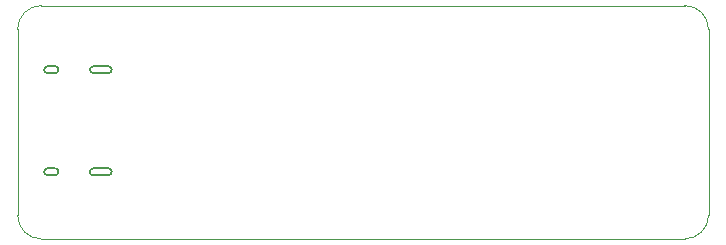
<source format=gbr>
%TF.GenerationSoftware,KiCad,Pcbnew,5.1.6-c6e7f7d~87~ubuntu19.10.1*%
%TF.CreationDate,2020-12-15T16:22:55-08:00*%
%TF.ProjectId,blue-pill-bmp,626c7565-2d70-4696-9c6c-2d626d702e6b,rev?*%
%TF.SameCoordinates,Original*%
%TF.FileFunction,Profile,NP*%
%FSLAX46Y46*%
G04 Gerber Fmt 4.6, Leading zero omitted, Abs format (unit mm)*
G04 Created by KiCad (PCBNEW 5.1.6-c6e7f7d~87~ubuntu19.10.1) date 2020-12-15 16:22:55*
%MOMM*%
%LPD*%
G01*
G04 APERTURE LIST*
%TA.AperFunction,Profile*%
%ADD10C,0.050000*%
%TD*%
%TA.AperFunction,Profile*%
%ADD11C,0.200000*%
%TD*%
G04 APERTURE END LIST*
D10*
X153750000Y-108000000D02*
X153750000Y-92250000D01*
X153750000Y-108000000D02*
G75*
G02*
X151750000Y-110000000I-2000000J0D01*
G01*
X97250000Y-110000000D02*
X151750000Y-110000000D01*
X151750000Y-90250000D02*
G75*
G02*
X153750000Y-92250000I0J-2000000D01*
G01*
X97250000Y-90250000D02*
X151750000Y-90250000D01*
X97250000Y-110000000D02*
G75*
G02*
X95250000Y-108000000I0J2000000D01*
G01*
X95250000Y-92250000D02*
G75*
G02*
X97250000Y-90250000I2000000J0D01*
G01*
X95250000Y-108000000D02*
X95250000Y-92250000D01*
D11*
%TO.C,J2*%
X101670000Y-104020000D02*
G75*
G03*
X101670000Y-104620000I0J-300000D01*
G01*
X102910000Y-104620000D02*
G75*
G03*
X102910000Y-104020000I0J300000D01*
G01*
X102910000Y-95980000D02*
G75*
G03*
X102910000Y-95380000I0J300000D01*
G01*
X98400000Y-95980000D02*
G75*
G03*
X98400000Y-95380000I0J300000D01*
G01*
X98400000Y-104620000D02*
G75*
G03*
X98400000Y-104020000I0J300000D01*
G01*
X97800000Y-104020000D02*
G75*
G03*
X97800000Y-104620000I0J-300000D01*
G01*
X97800000Y-95380000D02*
G75*
G03*
X97800000Y-95980000I0J-300000D01*
G01*
X101670000Y-95380000D02*
G75*
G03*
X101670000Y-95980000I0J-300000D01*
G01*
X102910000Y-95980000D02*
X101670000Y-95980000D01*
X102910000Y-95380000D02*
X101670000Y-95380000D01*
X102910000Y-104020000D02*
X101670000Y-104020000D01*
X102910000Y-104620000D02*
X101670000Y-104620000D01*
X98400000Y-95380000D02*
X97800000Y-95380000D01*
X98400000Y-95980000D02*
X97800000Y-95980000D01*
X98400000Y-104620000D02*
X97800000Y-104620000D01*
X98380000Y-104020000D02*
X97780000Y-104020000D01*
%TD*%
M02*

</source>
